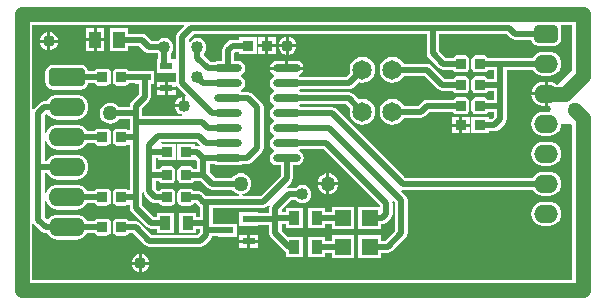
<source format=gtl>
G04 Layer_Physical_Order=1*
G04 Layer_Color=25308*
%FSLAX25Y25*%
%MOIN*%
G70*
G01*
G75*
%ADD10R,0.04000X0.05700*%
G04:AMPARAMS|DCode=11|XSize=35.43mil|YSize=35.43mil|CornerRadius=4.43mil|HoleSize=0mil|Usage=FLASHONLY|Rotation=0.000|XOffset=0mil|YOffset=0mil|HoleType=Round|Shape=RoundedRectangle|*
%AMROUNDEDRECTD11*
21,1,0.03543,0.02658,0,0,0.0*
21,1,0.02658,0.03543,0,0,0.0*
1,1,0.00886,0.01329,-0.01329*
1,1,0.00886,-0.01329,-0.01329*
1,1,0.00886,-0.01329,0.01329*
1,1,0.00886,0.01329,0.01329*
%
%ADD11ROUNDEDRECTD11*%
%ADD12R,0.03543X0.04724*%
%ADD13R,0.03800X0.03500*%
%ADD14R,0.04331X0.02362*%
%ADD15O,0.12299X0.06299*%
G04:AMPARAMS|DCode=16|XSize=62.99mil|YSize=122.99mil|CornerRadius=15.75mil|HoleSize=0mil|Usage=FLASHONLY|Rotation=270.000|XOffset=0mil|YOffset=0mil|HoleType=Round|Shape=RoundedRectangle|*
%AMROUNDEDRECTD16*
21,1,0.06299,0.09150,0,0,270.0*
21,1,0.03150,0.12299,0,0,270.0*
1,1,0.03150,-0.04575,-0.01575*
1,1,0.03150,-0.04575,0.01575*
1,1,0.03150,0.04575,0.01575*
1,1,0.03150,0.04575,-0.01575*
%
%ADD16ROUNDEDRECTD16*%
%ADD17O,0.09252X0.02756*%
%ADD18R,0.05500X0.05500*%
%ADD19C,0.02000*%
%ADD20C,0.05000*%
%ADD21C,0.01000*%
%ADD22C,0.06500*%
%ADD23O,0.08000X0.06000*%
G04:AMPARAMS|DCode=24|XSize=60mil|YSize=80mil|CornerRadius=15mil|HoleSize=0mil|Usage=FLASHONLY|Rotation=270.000|XOffset=0mil|YOffset=0mil|HoleType=Round|Shape=RoundedRectangle|*
%AMROUNDEDRECTD24*
21,1,0.06000,0.05000,0,0,270.0*
21,1,0.03000,0.08000,0,0,270.0*
1,1,0.03000,-0.02500,-0.01500*
1,1,0.03000,-0.02500,0.01500*
1,1,0.03000,0.02500,0.01500*
1,1,0.03000,0.02500,-0.01500*
%
%ADD24ROUNDEDRECTD24*%
%ADD25C,0.05000*%
%ADD26C,0.06300*%
%ADD27C,0.04000*%
G36*
X287500Y177500D02*
X287000Y177000D01*
X282500Y172500D01*
X282481Y172485D01*
X281817Y172994D01*
X280844Y173397D01*
X279800Y173535D01*
X279300D01*
Y169500D01*
Y165465D01*
X279800D01*
X280156Y165512D01*
X280500Y164500D01*
X280156Y163488D01*
X279800Y163534D01*
X277800D01*
X276756Y163397D01*
X275783Y162994D01*
X274947Y162353D01*
X274306Y161517D01*
X273903Y160544D01*
X273765Y159500D01*
X273903Y158456D01*
X274306Y157483D01*
X274947Y156647D01*
X275783Y156006D01*
X276756Y155603D01*
X277800Y155465D01*
X279800D01*
X280844Y155603D01*
X281817Y156006D01*
X282653Y156647D01*
X283294Y157483D01*
X283697Y158456D01*
X283835Y159500D01*
X287000D01*
X287500Y159000D01*
Y107500D01*
X107500D01*
Y125993D01*
X108000Y126145D01*
X108058Y126058D01*
X110558Y123558D01*
X111220Y123116D01*
X112000Y122961D01*
X112353D01*
X112375Y122907D01*
X113040Y122040D01*
X113907Y121375D01*
X114917Y120957D01*
X116000Y120815D01*
X118997D01*
X119000Y120814D01*
X119003Y120815D01*
X122000D01*
X123083Y120957D01*
X124093Y121375D01*
X124960Y122040D01*
X125625Y122907D01*
X125647Y122961D01*
X128261D01*
X128481Y122631D01*
X128959Y122312D01*
X129522Y122200D01*
X132179D01*
X132742Y122312D01*
X133219Y122631D01*
X133538Y123108D01*
X133650Y123671D01*
Y126329D01*
X133538Y126892D01*
X133219Y127369D01*
X132742Y127688D01*
X132179Y127800D01*
X129522D01*
X128959Y127688D01*
X128481Y127369D01*
X128261Y127039D01*
X125647D01*
X125625Y127093D01*
X124960Y127960D01*
X124093Y128625D01*
X123083Y129043D01*
X122000Y129185D01*
X119003D01*
X119000Y129186D01*
X118997Y129185D01*
X116000D01*
X114917Y129043D01*
X113907Y128625D01*
X113040Y127960D01*
X112787Y127629D01*
X112288Y127596D01*
X111539Y128345D01*
Y133619D01*
X112039Y133719D01*
X112375Y132907D01*
X113040Y132041D01*
X113907Y131375D01*
X114917Y130957D01*
X116000Y130815D01*
X118997D01*
X119000Y130814D01*
X119003Y130815D01*
X122000D01*
X123083Y130957D01*
X124093Y131375D01*
X124960Y132041D01*
X125625Y132907D01*
X125647Y132961D01*
X128261D01*
X128481Y132631D01*
X128959Y132312D01*
X129522Y132200D01*
X132179D01*
X132742Y132312D01*
X133219Y132631D01*
X133538Y133108D01*
X133650Y133671D01*
Y136329D01*
X133538Y136892D01*
X133219Y137369D01*
X132742Y137688D01*
X132179Y137800D01*
X129522D01*
X128959Y137688D01*
X128481Y137369D01*
X128261Y137039D01*
X125647D01*
X125625Y137093D01*
X124960Y137960D01*
X124093Y138625D01*
X123083Y139043D01*
X122000Y139185D01*
X119003D01*
X119000Y139186D01*
X118997Y139185D01*
X116000D01*
X114917Y139043D01*
X113907Y138625D01*
X113040Y137960D01*
X112375Y137093D01*
X112039Y136281D01*
X111539Y136381D01*
Y142961D01*
X112353D01*
X112375Y142907D01*
X113040Y142041D01*
X113907Y141375D01*
X114917Y140957D01*
X116000Y140815D01*
X118997D01*
X119000Y140814D01*
X119003Y140815D01*
X122000D01*
X123083Y140957D01*
X124093Y141375D01*
X124960Y142041D01*
X125625Y142907D01*
X126043Y143917D01*
X126185Y145000D01*
X126043Y146083D01*
X125625Y147093D01*
X124960Y147959D01*
X124093Y148625D01*
X123083Y149043D01*
X122000Y149185D01*
X119003D01*
X119000Y149186D01*
X118997Y149185D01*
X116000D01*
X114917Y149043D01*
X113907Y148625D01*
X113040Y147959D01*
X112375Y147093D01*
X112353Y147039D01*
X111539D01*
Y153619D01*
X112039Y153719D01*
X112375Y152907D01*
X113040Y152041D01*
X113907Y151375D01*
X114917Y150957D01*
X116000Y150815D01*
X118997D01*
X119000Y150814D01*
X119003Y150815D01*
X122000D01*
X123083Y150957D01*
X124093Y151375D01*
X124960Y152041D01*
X125625Y152907D01*
X125647Y152961D01*
X128261D01*
X128481Y152631D01*
X128959Y152312D01*
X129522Y152200D01*
X132179D01*
X132742Y152312D01*
X133219Y152631D01*
X133538Y153108D01*
X133650Y153671D01*
Y156329D01*
X133538Y156892D01*
X133219Y157369D01*
X132742Y157688D01*
X132179Y157800D01*
X129522D01*
X128959Y157688D01*
X128481Y157369D01*
X128261Y157039D01*
X125647D01*
X125625Y157093D01*
X124960Y157959D01*
X124093Y158625D01*
X123083Y159043D01*
X122000Y159185D01*
X119003D01*
X119000Y159186D01*
X118997Y159185D01*
X116000D01*
X114917Y159043D01*
X113907Y158625D01*
X113040Y157959D01*
X112375Y157093D01*
X112039Y156281D01*
X111539Y156381D01*
Y162155D01*
X111982Y162598D01*
X112646Y162555D01*
X113040Y162040D01*
X113907Y161375D01*
X114917Y160957D01*
X116000Y160815D01*
X118997D01*
X119000Y160814D01*
X119003Y160815D01*
X122000D01*
X123083Y160957D01*
X124093Y161375D01*
X124960Y162040D01*
X125625Y162907D01*
X126043Y163917D01*
X126185Y165000D01*
X126043Y166083D01*
X125625Y167093D01*
X124960Y167959D01*
X124093Y168625D01*
X123083Y169043D01*
X122000Y169185D01*
X119003D01*
X119000Y169186D01*
X118997Y169185D01*
X116000D01*
X114917Y169043D01*
X113907Y168625D01*
X113040Y167959D01*
X112375Y167093D01*
X112353Y167039D01*
X111500D01*
X110720Y166884D01*
X110058Y166442D01*
X108058Y164442D01*
X108000Y164355D01*
X107500Y164507D01*
Y192500D01*
X157963D01*
X158154Y192038D01*
X156058Y189942D01*
X155616Y189280D01*
X155461Y188500D01*
Y181317D01*
X155209Y180921D01*
X154961Y180921D01*
X153539D01*
Y182783D01*
X153640Y182860D01*
X154121Y183487D01*
X154423Y184217D01*
X154526Y185000D01*
X154423Y185783D01*
X154121Y186513D01*
X153640Y187140D01*
X153013Y187620D01*
X152283Y187923D01*
X151500Y188026D01*
X150717Y187923D01*
X149987Y187620D01*
X149360Y187140D01*
X149283Y187039D01*
X147345D01*
X145442Y188942D01*
X144780Y189384D01*
X144000Y189539D01*
X139437D01*
Y191350D01*
X133437D01*
Y183650D01*
X139437D01*
Y185461D01*
X143155D01*
X145058Y183558D01*
X145720Y183116D01*
X146500Y182961D01*
X149283D01*
X149360Y182860D01*
X149461Y182783D01*
Y180921D01*
X148878D01*
Y176559D01*
X154961D01*
X155209Y176559D01*
X155461Y176163D01*
X155461Y176163D01*
Y173837D01*
X155209Y173441D01*
X154961Y173441D01*
X152543D01*
Y171760D01*
X155209D01*
Y171929D01*
X155709Y172081D01*
X156058Y171558D01*
X158675Y168941D01*
X158500Y168587D01*
Y165500D01*
X158000D01*
Y165000D01*
X155040D01*
X155077Y164717D01*
X155379Y163987D01*
X155860Y163360D01*
X156487Y162880D01*
X157217Y162577D01*
X157506Y162539D01*
X157473Y162039D01*
X144039D01*
Y164655D01*
X146398Y167015D01*
X146841Y167676D01*
X146996Y168456D01*
Y172819D01*
X148122D01*
Y177181D01*
X141791D01*
Y177039D01*
X139739D01*
X139519Y177369D01*
X139041Y177688D01*
X138478Y177800D01*
X135821D01*
X135258Y177688D01*
X134781Y177369D01*
X134462Y176892D01*
X134350Y176329D01*
Y173671D01*
X134462Y173108D01*
X134781Y172631D01*
X135258Y172312D01*
X135821Y172200D01*
X138478D01*
X139041Y172312D01*
X139519Y172631D01*
X139739Y172961D01*
X141791D01*
Y172819D01*
X142917D01*
Y169301D01*
X140558Y166942D01*
X140116Y166280D01*
X139961Y165500D01*
Y165039D01*
X136347D01*
X135996Y165496D01*
X135265Y166057D01*
X134414Y166410D01*
X133500Y166530D01*
X132586Y166410D01*
X131735Y166057D01*
X131004Y165496D01*
X130443Y164765D01*
X130090Y163914D01*
X129970Y163000D01*
X130090Y162086D01*
X130443Y161235D01*
X131004Y160504D01*
X131735Y159943D01*
X132586Y159590D01*
X133500Y159470D01*
X134414Y159590D01*
X135265Y159943D01*
X135996Y160504D01*
X136347Y160961D01*
X139961D01*
Y160000D01*
Y157607D01*
X139713Y157474D01*
X139461Y157408D01*
X139041Y157688D01*
X138478Y157800D01*
X135821D01*
X135258Y157688D01*
X134781Y157369D01*
X134462Y156892D01*
X134350Y156329D01*
Y153672D01*
X134462Y153109D01*
X134781Y152631D01*
X135258Y152312D01*
X135821Y152200D01*
X138478D01*
X139041Y152312D01*
X139461Y152593D01*
X139713Y152526D01*
X139961Y152393D01*
Y137607D01*
X139713Y137474D01*
X139461Y137408D01*
X139041Y137688D01*
X138478Y137800D01*
X135821D01*
X135258Y137688D01*
X134781Y137369D01*
X134462Y136892D01*
X134350Y136329D01*
Y133671D01*
X134462Y133108D01*
X134781Y132631D01*
X135258Y132312D01*
X135821Y132200D01*
X138478D01*
X139041Y132312D01*
X139461Y132593D01*
X139713Y132526D01*
X139961Y132393D01*
Y131500D01*
X140116Y130720D01*
X140558Y130058D01*
X145558Y125058D01*
X146220Y124616D01*
X147000Y124461D01*
X148988D01*
Y123138D01*
X154532D01*
Y129862D01*
X148988D01*
Y128539D01*
X147845D01*
X144039Y132345D01*
Y136557D01*
X144539Y136606D01*
X144616Y136220D01*
X145058Y135558D01*
X147058Y133558D01*
X147720Y133116D01*
X148500Y132961D01*
X149761D01*
X149981Y132631D01*
X150459Y132312D01*
X151022Y132200D01*
X153679D01*
X154242Y132312D01*
X154719Y132631D01*
X155038Y133108D01*
X155150Y133671D01*
Y136329D01*
X155038Y136892D01*
X154719Y137369D01*
X154242Y137688D01*
X153679Y137800D01*
X151022D01*
X150459Y137688D01*
X149981Y137369D01*
X149813Y137117D01*
X149299Y137085D01*
X148539Y137845D01*
Y140461D01*
X149761D01*
X149981Y140131D01*
X150459Y139812D01*
X151022Y139700D01*
X153679D01*
X154242Y139812D01*
X154719Y140131D01*
X155038Y140608D01*
X155150Y141171D01*
Y143829D01*
X155038Y144392D01*
X154719Y144869D01*
X154242Y145188D01*
X153679Y145300D01*
X151022D01*
X150459Y145188D01*
X149981Y144869D01*
X149761Y144539D01*
X148539D01*
Y147961D01*
X149450D01*
Y147250D01*
X155250D01*
Y152750D01*
X150583D01*
X150337Y153250D01*
X150500Y153461D01*
X162155D01*
X163208Y152408D01*
X162962Y151947D01*
X162500Y152039D01*
X161550D01*
Y152750D01*
X155750D01*
Y147250D01*
X161550D01*
Y147359D01*
X162050Y147566D01*
X162461Y147155D01*
Y144539D01*
X161239D01*
X161019Y144869D01*
X160541Y145188D01*
X159978Y145300D01*
X157321D01*
X156758Y145188D01*
X156281Y144869D01*
X155962Y144392D01*
X155850Y143829D01*
Y141172D01*
X155962Y140609D01*
X156281Y140131D01*
X156758Y139812D01*
X157321Y139700D01*
X159978D01*
X160541Y139812D01*
X161019Y140131D01*
X161239Y140461D01*
X163655D01*
X166058Y138058D01*
X166720Y137616D01*
X167500Y137461D01*
X174153D01*
X174504Y137004D01*
X175235Y136443D01*
X176086Y136090D01*
X176473Y136039D01*
X176440Y135539D01*
X165345D01*
X164442Y136442D01*
X163780Y136884D01*
X163000Y137039D01*
X161239D01*
X161019Y137369D01*
X160541Y137688D01*
X159978Y137800D01*
X157321D01*
X156758Y137688D01*
X156281Y137369D01*
X155962Y136892D01*
X155850Y136329D01*
Y133671D01*
X155962Y133108D01*
X156281Y132631D01*
X156758Y132312D01*
X157321Y132200D01*
X159978D01*
X160541Y132312D01*
X161019Y132631D01*
X161239Y132961D01*
X162155D01*
X163058Y132058D01*
X163461Y131789D01*
Y128539D01*
X162012D01*
Y129862D01*
X156468D01*
Y123138D01*
X162012D01*
Y124461D01*
X163461D01*
Y124000D01*
Y123345D01*
X162655Y122539D01*
X147345D01*
X143442Y126442D01*
X142780Y126884D01*
X142000Y127039D01*
X139739D01*
X139519Y127369D01*
X139041Y127688D01*
X138478Y127800D01*
X135821D01*
X135258Y127688D01*
X134781Y127369D01*
X134462Y126892D01*
X134350Y126329D01*
Y123671D01*
X134462Y123108D01*
X134781Y122631D01*
X135258Y122312D01*
X135821Y122200D01*
X138478D01*
X139041Y122312D01*
X139519Y122631D01*
X139739Y122961D01*
X141155D01*
X145058Y119058D01*
X145720Y118616D01*
X146500Y118461D01*
X163500D01*
X164280Y118616D01*
X164942Y119058D01*
X166942Y121058D01*
X167384Y121720D01*
X167432Y121961D01*
X169291D01*
Y121819D01*
X175622D01*
Y126181D01*
X169291D01*
Y126039D01*
X167539D01*
Y126500D01*
Y131461D01*
X184500D01*
X185280Y131616D01*
X185942Y132058D01*
X186092Y132208D01*
X186553Y131962D01*
X186461Y131500D01*
Y129779D01*
X182709D01*
Y129921D01*
X176378D01*
Y125559D01*
X182709D01*
Y125701D01*
X186461D01*
Y123000D01*
X186616Y122220D01*
X187058Y121558D01*
X191558Y117058D01*
X191988Y116771D01*
Y115138D01*
X197531D01*
Y121862D01*
X192522D01*
X190539Y123845D01*
Y125961D01*
X191988D01*
Y124638D01*
X197531D01*
Y131362D01*
X191988D01*
Y130039D01*
X190539D01*
Y130655D01*
X193845Y133961D01*
X195283D01*
X195360Y133860D01*
X195987Y133379D01*
X196717Y133077D01*
X197500Y132974D01*
X198283Y133077D01*
X199013Y133379D01*
X199640Y133860D01*
X200120Y134487D01*
X200423Y135217D01*
X200526Y136000D01*
X200423Y136783D01*
X200120Y137513D01*
X199640Y138140D01*
X199013Y138620D01*
X198283Y138923D01*
X197500Y139026D01*
X196717Y138923D01*
X195987Y138620D01*
X195360Y138140D01*
X195283Y138039D01*
X193000D01*
X192538Y137947D01*
X192292Y138408D01*
X193686Y139802D01*
X194128Y140464D01*
X194283Y141244D01*
Y145575D01*
X195492D01*
X196420Y145760D01*
X197206Y146286D01*
X197732Y147072D01*
X197917Y148000D01*
X197732Y148928D01*
X197206Y149714D01*
X196542Y150158D01*
X196511Y150620D01*
X196534Y150719D01*
X196809Y150961D01*
X204655D01*
X223366Y132250D01*
X223232Y131750D01*
X216179D01*
Y124250D01*
X223679D01*
Y125961D01*
X224000D01*
X224780Y126116D01*
X225442Y126558D01*
X226942Y128058D01*
X227384Y128720D01*
X227539Y129500D01*
Y133000D01*
X227447Y133462D01*
X227908Y133708D01*
X228461Y133155D01*
Y123845D01*
X225155Y120539D01*
X223679D01*
Y122250D01*
X216179D01*
Y114750D01*
X223679D01*
Y116461D01*
X226000D01*
X226780Y116616D01*
X227442Y117058D01*
X231942Y121558D01*
X232384Y122220D01*
X232539Y123000D01*
Y134000D01*
X232539Y134000D01*
X232384Y134780D01*
X231942Y135442D01*
X231942Y135442D01*
X230292Y137092D01*
X230538Y137553D01*
X231000Y137461D01*
X274323D01*
X274947Y136647D01*
X275783Y136006D01*
X276756Y135603D01*
X277800Y135466D01*
X279800D01*
X280844Y135603D01*
X281817Y136006D01*
X282653Y136647D01*
X283294Y137483D01*
X283697Y138456D01*
X283835Y139500D01*
X283697Y140544D01*
X283294Y141517D01*
X282653Y142353D01*
X281817Y142994D01*
X280844Y143397D01*
X279800Y143535D01*
X277800D01*
X276756Y143397D01*
X275783Y142994D01*
X274947Y142353D01*
X274323Y141539D01*
X231845D01*
X208942Y164442D01*
X208280Y164884D01*
X207500Y165039D01*
X196721D01*
X196542Y165158D01*
X196511Y165620D01*
X196534Y165719D01*
X196809Y165961D01*
X212155D01*
X213403Y164714D01*
X213359Y164610D01*
X213213Y163500D01*
X213359Y162390D01*
X213788Y161357D01*
X214469Y160469D01*
X215357Y159788D01*
X216390Y159359D01*
X217500Y159213D01*
X218609Y159359D01*
X219643Y159788D01*
X220531Y160469D01*
X221212Y161357D01*
X221641Y162390D01*
X221787Y163500D01*
X221641Y164610D01*
X221212Y165643D01*
X220531Y166531D01*
X219643Y167212D01*
X218609Y167641D01*
X217500Y167787D01*
X216390Y167641D01*
X216286Y167597D01*
X214442Y169442D01*
X213780Y169884D01*
X213000Y170039D01*
X196721D01*
X196542Y170158D01*
X196511Y170620D01*
X196534Y170719D01*
X196809Y170961D01*
X213000D01*
X213780Y171116D01*
X214442Y171558D01*
X216286Y173403D01*
X216390Y173359D01*
X217500Y173213D01*
X218609Y173359D01*
X219643Y173788D01*
X220531Y174469D01*
X221212Y175357D01*
X221641Y176391D01*
X221787Y177500D01*
X221641Y178610D01*
X221212Y179643D01*
X220531Y180531D01*
X219643Y181212D01*
X218609Y181641D01*
X217500Y181787D01*
X216390Y181641D01*
X215357Y181212D01*
X214469Y180531D01*
X213788Y179643D01*
X213359Y178610D01*
X213213Y177500D01*
X213359Y176391D01*
X213403Y176286D01*
X212155Y175039D01*
X196721D01*
X196420Y175240D01*
X196394Y175245D01*
Y175755D01*
X196420Y175760D01*
X197206Y176286D01*
X197732Y177072D01*
X197817Y177500D01*
X186671D01*
X186756Y177072D01*
X187282Y176286D01*
X188068Y175760D01*
X188094Y175755D01*
Y175245D01*
X188068Y175240D01*
X187282Y174714D01*
X186756Y173928D01*
X186572Y173000D01*
X186756Y172072D01*
X187282Y171286D01*
X188068Y170760D01*
X188094Y170755D01*
Y170245D01*
X188068Y170240D01*
X187282Y169714D01*
X186756Y168928D01*
X186572Y168000D01*
X186756Y167072D01*
X187282Y166286D01*
X188068Y165760D01*
X188094Y165755D01*
Y165245D01*
X188068Y165240D01*
X187282Y164714D01*
X186756Y163928D01*
X186572Y163000D01*
X186756Y162072D01*
X187282Y161286D01*
X188068Y160760D01*
X188094Y160755D01*
Y160245D01*
X188068Y160240D01*
X187282Y159714D01*
X186756Y158928D01*
X186572Y158000D01*
X186756Y157072D01*
X187282Y156286D01*
X188068Y155760D01*
X188094Y155755D01*
Y155245D01*
X188068Y155240D01*
X187282Y154714D01*
X186756Y153928D01*
X186572Y153000D01*
X186756Y152072D01*
X187282Y151286D01*
X188068Y150760D01*
X188094Y150755D01*
Y150245D01*
X188068Y150240D01*
X187282Y149714D01*
X186756Y148928D01*
X186572Y148000D01*
X186756Y147072D01*
X187282Y146286D01*
X188068Y145760D01*
X188996Y145575D01*
X190205D01*
Y142089D01*
X183655Y135539D01*
X177560D01*
X177527Y136039D01*
X177914Y136090D01*
X178765Y136443D01*
X179496Y137004D01*
X180057Y137735D01*
X180410Y138586D01*
X180530Y139500D01*
X180410Y140414D01*
X180057Y141265D01*
X179496Y141996D01*
X178765Y142557D01*
X177914Y142910D01*
X177000Y143030D01*
X176086Y142910D01*
X175235Y142557D01*
X174504Y141996D01*
X174153Y141539D01*
X168345D01*
X166539Y143345D01*
Y145961D01*
X168280D01*
X168580Y145760D01*
X169508Y145575D01*
X176004D01*
X176932Y145760D01*
X177232Y145961D01*
X179000D01*
X179780Y146116D01*
X180442Y146558D01*
X183942Y150058D01*
X184384Y150720D01*
X184539Y151500D01*
Y165000D01*
X184384Y165780D01*
X183942Y166442D01*
X180942Y169442D01*
X180280Y169884D01*
X179500Y170039D01*
X177232D01*
X176932Y170240D01*
X176906Y170245D01*
Y170755D01*
X176932Y170760D01*
X177718Y171286D01*
X178244Y172072D01*
X178428Y173000D01*
X178244Y173928D01*
X177718Y174714D01*
X176932Y175240D01*
X176906Y175245D01*
Y175755D01*
X176932Y175760D01*
X177718Y176286D01*
X178244Y177072D01*
X178428Y178000D01*
X178244Y178928D01*
X177718Y179714D01*
X176932Y180240D01*
X176004Y180424D01*
X174795D01*
Y183155D01*
X175101Y183461D01*
X176450D01*
Y182750D01*
X182250D01*
Y188250D01*
X176450D01*
Y187539D01*
X174256D01*
X173476Y187384D01*
X172814Y186942D01*
X171314Y185442D01*
X170872Y184780D01*
X170717Y184000D01*
Y180424D01*
X169508D01*
X168580Y180240D01*
X168280Y180039D01*
X166845D01*
X164570Y182313D01*
X164591Y182823D01*
X164640Y182860D01*
X165120Y183487D01*
X165423Y184217D01*
X165526Y185000D01*
X165423Y185783D01*
X165120Y186513D01*
X164640Y187140D01*
X164013Y187620D01*
X163283Y187923D01*
X162500Y188026D01*
X161717Y187923D01*
X160987Y187620D01*
X160360Y187140D01*
X160039Y186721D01*
X159539Y186891D01*
Y187655D01*
X161345Y189461D01*
X238961D01*
Y183000D01*
X239116Y182220D01*
X239558Y181558D01*
X243058Y178058D01*
X243720Y177616D01*
X244500Y177461D01*
X247761D01*
X247981Y177131D01*
X248459Y176812D01*
X249022Y176700D01*
X251679D01*
X252242Y176812D01*
X252719Y177131D01*
X253038Y177608D01*
X253150Y178171D01*
Y180829D01*
X253038Y181392D01*
X252719Y181869D01*
X252242Y182188D01*
X251679Y182300D01*
X249022D01*
X248459Y182188D01*
X247981Y181869D01*
X247761Y181539D01*
X245345D01*
X243039Y183845D01*
Y189461D01*
X265655D01*
X267058Y188058D01*
X267720Y187616D01*
X268500Y187461D01*
X273858D01*
X273945Y187024D01*
X274498Y186198D01*
X275325Y185645D01*
X276300Y185451D01*
X281300D01*
X282276Y185645D01*
X283102Y186198D01*
X283655Y187024D01*
X283849Y188000D01*
Y191000D01*
X283655Y191975D01*
X283599Y192059D01*
X283835Y192500D01*
X287500D01*
Y177500D01*
D02*
G37*
%LPC*%
G36*
X249850Y158500D02*
X247450D01*
Y156250D01*
X249850D01*
Y158500D01*
D02*
G37*
G36*
X253250D02*
X250850D01*
Y156250D01*
X253250D01*
Y158500D01*
D02*
G37*
G36*
X205500Y142964D02*
X205086Y142910D01*
X204235Y142557D01*
X203504Y141996D01*
X202943Y141265D01*
X202590Y140414D01*
X202536Y140000D01*
X205500D01*
Y142964D01*
D02*
G37*
G36*
X206500D02*
Y140000D01*
X209464D01*
X209410Y140414D01*
X209057Y141265D01*
X208496Y141996D01*
X207765Y142557D01*
X206914Y142910D01*
X206500Y142964D01*
D02*
G37*
G36*
X279800Y153534D02*
X277800D01*
X276756Y153397D01*
X275783Y152994D01*
X274947Y152353D01*
X274306Y151517D01*
X273903Y150544D01*
X273765Y149500D01*
X273903Y148456D01*
X274306Y147483D01*
X274947Y146647D01*
X275783Y146006D01*
X276756Y145603D01*
X277800Y145466D01*
X279800D01*
X280844Y145603D01*
X281817Y146006D01*
X282653Y146647D01*
X283294Y147483D01*
X283697Y148456D01*
X283835Y149500D01*
X283697Y150544D01*
X283294Y151517D01*
X282653Y152353D01*
X281817Y152994D01*
X280844Y153397D01*
X279800Y153534D01*
D02*
G37*
G36*
X251679Y168300D02*
X249022D01*
X248459Y168188D01*
X247981Y167869D01*
X247761Y167539D01*
X239000D01*
X238220Y167384D01*
X237558Y166942D01*
X236155Y165539D01*
X231256D01*
X231212Y165643D01*
X230531Y166531D01*
X229643Y167212D01*
X228609Y167641D01*
X227500Y167787D01*
X226391Y167641D01*
X225357Y167212D01*
X224469Y166531D01*
X223788Y165643D01*
X223359Y164610D01*
X223213Y163500D01*
X223359Y162390D01*
X223788Y161357D01*
X224469Y160469D01*
X225357Y159788D01*
X226391Y159359D01*
X227500Y159213D01*
X228609Y159359D01*
X229643Y159788D01*
X230531Y160469D01*
X231212Y161357D01*
X231256Y161461D01*
X237000D01*
X237780Y161616D01*
X238442Y162058D01*
X239845Y163461D01*
X247761D01*
X247981Y163131D01*
X248459Y162812D01*
X249022Y162700D01*
X251679D01*
X252242Y162812D01*
X252719Y163131D01*
X253038Y163608D01*
X253150Y164171D01*
Y166829D01*
X253038Y167392D01*
X252719Y167869D01*
X252242Y168188D01*
X251679Y168300D01*
D02*
G37*
G36*
X157500Y168460D02*
X157217Y168423D01*
X156487Y168121D01*
X155860Y167640D01*
X155379Y167013D01*
X155077Y166283D01*
X155040Y166000D01*
X157500D01*
Y168460D01*
D02*
G37*
G36*
X151543Y170760D02*
X148878D01*
Y169079D01*
X151543D01*
Y170760D01*
D02*
G37*
G36*
X249850Y161750D02*
X247450D01*
Y159500D01*
X249850D01*
Y161750D01*
D02*
G37*
G36*
X253250D02*
X250850D01*
Y159500D01*
X253250D01*
Y161750D01*
D02*
G37*
G36*
X278300Y169000D02*
X273831D01*
X273903Y168456D01*
X274306Y167483D01*
X274947Y166647D01*
X275783Y166006D01*
X276756Y165603D01*
X277800Y165465D01*
X278300D01*
Y169000D01*
D02*
G37*
G36*
X209464Y139000D02*
X206500D01*
Y136036D01*
X206914Y136090D01*
X207765Y136443D01*
X208496Y137004D01*
X209057Y137735D01*
X209410Y138586D01*
X209464Y139000D01*
D02*
G37*
G36*
X144000Y115960D02*
Y113500D01*
X146460D01*
X146423Y113783D01*
X146121Y114513D01*
X145640Y115140D01*
X145013Y115621D01*
X144283Y115923D01*
X144000Y115960D01*
D02*
G37*
G36*
X179043Y119760D02*
X176378D01*
Y118079D01*
X179043D01*
Y119760D01*
D02*
G37*
G36*
X182709D02*
X180043D01*
Y118079D01*
X182709D01*
Y119760D01*
D02*
G37*
G36*
X143000Y112500D02*
X140540D01*
X140577Y112217D01*
X140879Y111487D01*
X141360Y110860D01*
X141987Y110380D01*
X142717Y110077D01*
X143000Y110040D01*
Y112500D01*
D02*
G37*
G36*
X146460D02*
X144000D01*
Y110040D01*
X144283Y110077D01*
X145013Y110380D01*
X145640Y110860D01*
X146121Y111487D01*
X146423Y112217D01*
X146460Y112500D01*
D02*
G37*
G36*
X143000Y115960D02*
X142717Y115923D01*
X141987Y115621D01*
X141360Y115140D01*
X140879Y114513D01*
X140577Y113783D01*
X140540Y113500D01*
X143000D01*
Y115960D01*
D02*
G37*
G36*
X279800Y133535D02*
X277800D01*
X276756Y133397D01*
X275783Y132994D01*
X274947Y132353D01*
X274306Y131517D01*
X273903Y130544D01*
X273765Y129500D01*
X273903Y128456D01*
X274306Y127483D01*
X274947Y126647D01*
X275783Y126006D01*
X276756Y125603D01*
X277800Y125466D01*
X279800D01*
X280844Y125603D01*
X281817Y126006D01*
X282653Y126647D01*
X283294Y127483D01*
X283697Y128456D01*
X283835Y129500D01*
X283697Y130544D01*
X283294Y131517D01*
X282653Y132353D01*
X281817Y132994D01*
X280844Y133397D01*
X279800Y133535D01*
D02*
G37*
G36*
X214821Y131750D02*
X207321D01*
Y130039D01*
X205012D01*
Y131362D01*
X199469D01*
Y124638D01*
X205012D01*
Y125961D01*
X207321D01*
Y124250D01*
X214821D01*
Y131750D01*
D02*
G37*
G36*
X205500Y139000D02*
X202536D01*
X202590Y138586D01*
X202943Y137735D01*
X203504Y137004D01*
X204235Y136443D01*
X205086Y136090D01*
X205500Y136036D01*
Y139000D01*
D02*
G37*
G36*
X214821Y122250D02*
X207321D01*
Y120539D01*
X205012D01*
Y121862D01*
X199469D01*
Y115138D01*
X205012D01*
Y116461D01*
X207321D01*
Y114750D01*
X214821D01*
Y122250D01*
D02*
G37*
G36*
X179043Y122441D02*
X176378D01*
Y120760D01*
X179043D01*
Y122441D01*
D02*
G37*
G36*
X182709D02*
X180043D01*
Y120760D01*
X182709D01*
Y122441D01*
D02*
G37*
G36*
X115960Y186500D02*
X113500D01*
Y184040D01*
X113783Y184077D01*
X114513Y184379D01*
X115140Y184860D01*
X115621Y185487D01*
X115923Y186217D01*
X115960Y186500D01*
D02*
G37*
G36*
X185150Y188250D02*
X182750D01*
Y186000D01*
X185150D01*
Y188250D01*
D02*
G37*
G36*
X188550D02*
X186150D01*
Y186000D01*
X188550D01*
Y188250D01*
D02*
G37*
G36*
X128000Y187000D02*
X125500D01*
Y183650D01*
X128000D01*
Y187000D01*
D02*
G37*
G36*
X131500D02*
X129000D01*
Y183650D01*
X131500D01*
Y187000D01*
D02*
G37*
G36*
X112500Y186500D02*
X110040D01*
X110077Y186217D01*
X110380Y185487D01*
X110860Y184860D01*
X111487Y184379D01*
X112217Y184077D01*
X112500Y184040D01*
Y186500D01*
D02*
G37*
G36*
X113500Y189960D02*
Y187500D01*
X115960D01*
X115923Y187783D01*
X115621Y188513D01*
X115140Y189140D01*
X114513Y189620D01*
X113783Y189923D01*
X113500Y189960D01*
D02*
G37*
G36*
X128000Y191350D02*
X125500D01*
Y188000D01*
X128000D01*
Y191350D01*
D02*
G37*
G36*
X131500D02*
X129000D01*
Y188000D01*
X131500D01*
Y191350D01*
D02*
G37*
G36*
X192000Y188460D02*
X191717Y188423D01*
X190987Y188120D01*
X190360Y187640D01*
X189880Y187013D01*
X189577Y186283D01*
X189540Y186000D01*
X192000D01*
Y188460D01*
D02*
G37*
G36*
X193000D02*
Y186000D01*
X195460D01*
X195423Y186283D01*
X195121Y187013D01*
X194640Y187640D01*
X194013Y188120D01*
X193283Y188423D01*
X193000Y188460D01*
D02*
G37*
G36*
X112500Y189960D02*
X112217Y189923D01*
X111487Y189620D01*
X110860Y189140D01*
X110380Y188513D01*
X110077Y187783D01*
X110040Y187500D01*
X112500D01*
Y189960D01*
D02*
G37*
G36*
X151543Y173441D02*
X148878D01*
Y171760D01*
X151543D01*
Y173441D01*
D02*
G37*
G36*
X119000Y179186D02*
X118894Y179172D01*
X114425D01*
X113753Y179083D01*
X113127Y178824D01*
X112589Y178411D01*
X112176Y177873D01*
X111917Y177247D01*
X111828Y176575D01*
Y173425D01*
X111917Y172753D01*
X112176Y172127D01*
X112589Y171589D01*
X113127Y171176D01*
X113753Y170917D01*
X114425Y170828D01*
X118894D01*
X119000Y170814D01*
X119106Y170828D01*
X123575D01*
X124247Y170917D01*
X124873Y171176D01*
X125411Y171589D01*
X125824Y172127D01*
X126083Y172753D01*
X126111Y172961D01*
X128261D01*
X128481Y172631D01*
X128959Y172312D01*
X129522Y172200D01*
X132179D01*
X132742Y172312D01*
X133219Y172631D01*
X133538Y173108D01*
X133650Y173671D01*
Y176329D01*
X133538Y176892D01*
X133219Y177369D01*
X132742Y177688D01*
X132179Y177800D01*
X129522D01*
X128959Y177688D01*
X128481Y177369D01*
X128261Y177039D01*
X126111D01*
X126083Y177247D01*
X125824Y177873D01*
X125411Y178411D01*
X124873Y178824D01*
X124247Y179083D01*
X123575Y179172D01*
X119106D01*
X119000Y179186D01*
D02*
G37*
G36*
X191744Y180424D02*
X188996D01*
X188068Y180240D01*
X187282Y179714D01*
X186756Y178928D01*
X186671Y178500D01*
X191744D01*
Y180424D01*
D02*
G37*
G36*
X155209Y170760D02*
X152543D01*
Y169079D01*
X155209D01*
Y170760D01*
D02*
G37*
G36*
X227500Y181787D02*
X226391Y181641D01*
X225357Y181212D01*
X224469Y180531D01*
X223788Y179643D01*
X223359Y178610D01*
X223213Y177500D01*
X223359Y176391D01*
X223788Y175357D01*
X224469Y174469D01*
X225357Y173788D01*
X226391Y173359D01*
X227500Y173213D01*
X228609Y173359D01*
X229643Y173788D01*
X230531Y174469D01*
X231212Y175357D01*
X231256Y175461D01*
X238155D01*
X242558Y171058D01*
X243220Y170616D01*
X244000Y170461D01*
X247761D01*
X247981Y170131D01*
X248459Y169812D01*
X249022Y169700D01*
X251679D01*
X252242Y169812D01*
X252719Y170131D01*
X253038Y170608D01*
X253150Y171171D01*
Y173829D01*
X253038Y174392D01*
X252719Y174869D01*
X252242Y175188D01*
X251679Y175300D01*
X249022D01*
X248459Y175188D01*
X247981Y174869D01*
X247761Y174539D01*
X244845D01*
X240442Y178942D01*
X239780Y179384D01*
X239000Y179539D01*
X231256D01*
X231212Y179643D01*
X230531Y180531D01*
X229643Y181212D01*
X228609Y181641D01*
X227500Y181787D01*
D02*
G37*
G36*
X278300Y173535D02*
X277800D01*
X276756Y173397D01*
X275783Y172994D01*
X274947Y172353D01*
X274306Y171517D01*
X273903Y170544D01*
X273831Y170000D01*
X278300D01*
Y173535D01*
D02*
G37*
G36*
X195460Y185000D02*
X193000D01*
Y182540D01*
X193283Y182577D01*
X194013Y182879D01*
X194640Y183360D01*
X195121Y183987D01*
X195423Y184717D01*
X195460Y185000D01*
D02*
G37*
G36*
X185150D02*
X182750D01*
Y182750D01*
X185150D01*
Y185000D01*
D02*
G37*
G36*
X188550D02*
X186150D01*
Y182750D01*
X188550D01*
Y185000D01*
D02*
G37*
G36*
X195492Y180424D02*
X192744D01*
Y178500D01*
X197817D01*
X197732Y178928D01*
X197206Y179714D01*
X196420Y180240D01*
X195492Y180424D01*
D02*
G37*
G36*
X279800Y183535D02*
X277800D01*
X276756Y183397D01*
X275783Y182994D01*
X274947Y182353D01*
X274323Y181539D01*
X259239D01*
X259019Y181869D01*
X258541Y182188D01*
X257978Y182300D01*
X255321D01*
X254758Y182188D01*
X254281Y181869D01*
X253962Y181392D01*
X253850Y180829D01*
Y178172D01*
X253962Y177609D01*
X254281Y177131D01*
X254758Y176812D01*
X255321Y176700D01*
X257978D01*
X258541Y176812D01*
X259019Y177131D01*
X259239Y177461D01*
X261461D01*
Y174539D01*
X259239D01*
X259019Y174869D01*
X258541Y175188D01*
X257978Y175300D01*
X255321D01*
X254758Y175188D01*
X254281Y174869D01*
X253962Y174392D01*
X253850Y173829D01*
Y171171D01*
X253962Y170608D01*
X254281Y170131D01*
X254758Y169812D01*
X255321Y169700D01*
X257978D01*
X258541Y169812D01*
X259019Y170131D01*
X259239Y170461D01*
X261461D01*
Y167539D01*
X259239D01*
X259019Y167869D01*
X258541Y168188D01*
X257978Y168300D01*
X255321D01*
X254758Y168188D01*
X254281Y167869D01*
X253962Y167392D01*
X253850Y166829D01*
Y164172D01*
X253962Y163609D01*
X254281Y163131D01*
X254758Y162812D01*
X255321Y162700D01*
X257978D01*
X258541Y162812D01*
X259019Y163131D01*
X259239Y163461D01*
X261461D01*
Y161845D01*
X260655Y161039D01*
X259550D01*
Y161750D01*
X253750D01*
Y156250D01*
X259550D01*
Y156961D01*
X261500D01*
X262280Y157116D01*
X262942Y157558D01*
X264942Y159558D01*
X265384Y160220D01*
X265539Y161000D01*
Y165500D01*
Y172500D01*
Y177461D01*
X274323D01*
X274947Y176647D01*
X275783Y176006D01*
X276756Y175603D01*
X277800Y175466D01*
X279800D01*
X280844Y175603D01*
X281817Y176006D01*
X282653Y176647D01*
X283294Y177483D01*
X283697Y178456D01*
X283835Y179500D01*
X283697Y180544D01*
X283294Y181517D01*
X282653Y182353D01*
X281817Y182994D01*
X280844Y183397D01*
X279800Y183535D01*
D02*
G37*
G36*
X192000Y185000D02*
X189540D01*
X189577Y184717D01*
X189880Y183987D01*
X190360Y183360D01*
X190987Y182879D01*
X191717Y182577D01*
X192000Y182540D01*
Y185000D01*
D02*
G37*
%LPD*%
D10*
X136437Y187500D02*
D03*
X128500D02*
D03*
D11*
X137150Y125000D02*
D03*
X130850Y125000D02*
D03*
X256650Y179500D02*
D03*
X250350Y179500D02*
D03*
Y172500D02*
D03*
X256650Y172500D02*
D03*
X250350Y165500D02*
D03*
X256650Y165500D02*
D03*
X152350Y135000D02*
D03*
X158650Y135000D02*
D03*
X130850Y175000D02*
D03*
X137150Y175000D02*
D03*
X130850Y155000D02*
D03*
X137150Y155000D02*
D03*
X130850Y135000D02*
D03*
X137150Y135000D02*
D03*
X152350Y142500D02*
D03*
X158650Y142500D02*
D03*
D12*
X159240Y126500D02*
D03*
X151760D02*
D03*
X194760Y128000D02*
D03*
X202240D02*
D03*
X194760Y118500D02*
D03*
X202240D02*
D03*
D13*
X250350Y159000D02*
D03*
X256650D02*
D03*
X185650Y185500D02*
D03*
X179350D02*
D03*
X158650Y150000D02*
D03*
X152350D02*
D03*
D14*
X152043Y171260D02*
D03*
Y178740D02*
D03*
X144957Y175000D02*
D03*
X179543Y120260D02*
D03*
Y127740D02*
D03*
X172457Y124000D02*
D03*
D15*
X119000Y125000D02*
D03*
Y135000D02*
D03*
Y145000D02*
D03*
Y155000D02*
D03*
Y165000D02*
D03*
D16*
Y175000D02*
D03*
D17*
X172756Y178000D02*
D03*
Y173000D02*
D03*
Y168000D02*
D03*
Y163000D02*
D03*
Y158000D02*
D03*
Y153000D02*
D03*
Y148000D02*
D03*
X192244Y178000D02*
D03*
Y173000D02*
D03*
Y168000D02*
D03*
Y163000D02*
D03*
Y158000D02*
D03*
Y153000D02*
D03*
Y148000D02*
D03*
D18*
X211071Y118500D02*
D03*
X219929D02*
D03*
X211071Y128000D02*
D03*
X219929D02*
D03*
D19*
X144957Y168456D02*
Y175000D01*
X142000Y165500D02*
X144957Y168456D01*
X146500Y120500D02*
X163500D01*
X142000Y125000D02*
X146500Y120500D01*
X137150Y125000D02*
X142000D01*
X147000Y126500D02*
X151760D01*
X142000Y131500D02*
X147000Y126500D01*
X142000Y131500D02*
Y155000D01*
Y160000D02*
Y165500D01*
Y155000D02*
Y160000D01*
X142000Y155000D02*
X142000Y155000D01*
X137150Y155000D02*
X142000D01*
X133500Y163000D02*
X141500D01*
X112000Y125000D02*
X130850D01*
X109500Y127500D02*
X112000Y125000D01*
X109500Y127500D02*
Y145500D01*
X111500Y165000D02*
X119000D01*
X109500Y163000D02*
X111500Y165000D01*
X109500Y145500D02*
Y163000D01*
X110000Y145000D02*
X119000D01*
X109500Y145500D02*
X110000Y145000D01*
X117000Y175000D02*
X130850D01*
X167500Y139500D02*
X177000D01*
X188500Y128000D02*
Y131500D01*
X193000Y136000D01*
X188500Y123000D02*
Y128000D01*
X194760D01*
X188500Y123000D02*
X193000Y118500D01*
Y136000D02*
X197500D01*
X179543Y127740D02*
X188500D01*
X146500Y185000D02*
X151500D01*
X144000Y187500D02*
X146500Y185000D01*
X136437Y187500D02*
X144000D01*
X165500Y133500D02*
X184500D01*
X164500D02*
X165500D01*
X184500D02*
X192244Y141244D01*
Y148000D01*
X167500Y163000D02*
X172756D01*
X157500Y173000D02*
X167500Y163000D01*
X157500Y173000D02*
Y188500D01*
X193000Y118500D02*
X194760D01*
X165500Y124000D02*
Y126500D01*
Y122500D02*
Y124000D01*
X172457D01*
X219929Y118500D02*
X226000D01*
X230500Y123000D01*
X164500Y142500D02*
Y148000D01*
Y142500D02*
X167500Y139500D01*
X163500Y120500D02*
X165500Y122500D01*
Y126500D02*
Y133500D01*
X159240Y126500D02*
X165500D01*
X225500Y129500D02*
Y133000D01*
X224000Y128000D02*
X225500Y129500D01*
X219929Y128000D02*
X224000D01*
X205500Y153000D02*
X225500Y133000D01*
X206500Y158000D02*
X230500Y134000D01*
Y123000D02*
Y134000D01*
X192244Y153000D02*
X205500D01*
X192244Y158000D02*
X206500D01*
X231000Y139500D02*
X278800D01*
X207500Y163000D02*
X231000Y139500D01*
X192244Y163000D02*
X207500D01*
X137150Y135000D02*
X142000D01*
X163000D02*
X164500Y133500D01*
X158650Y135000D02*
X163000D01*
X256650Y159000D02*
X261500D01*
X263500Y161000D01*
X158650Y142500D02*
X164000D01*
X158650Y150000D02*
X162500D01*
X164500Y148000D01*
X165500Y153000D02*
X172756D01*
X163000Y155500D02*
X165500Y153000D01*
X149500Y155500D02*
X163000D01*
X166000Y158000D02*
X172756D01*
X164000Y160000D02*
X166000Y158000D01*
X142000Y160000D02*
X164000D01*
X162500Y175000D02*
X164500Y173000D01*
X172756D01*
X166000Y178000D02*
X172756D01*
X162500Y181500D02*
X166000Y178000D01*
X162500Y181500D02*
Y185000D01*
X157500Y188500D02*
X160500Y191500D01*
X164500Y148000D02*
X172756D01*
X146500Y149500D02*
Y152500D01*
Y142000D02*
Y149500D01*
X147000Y150000D01*
X152350D01*
X146500Y137000D02*
Y142000D01*
X147000Y142500D01*
X152350D01*
X148500Y135000D02*
X152350D01*
X146500Y137000D02*
X148500Y135000D01*
X146500Y152500D02*
X149500Y155500D01*
X160500Y191500D02*
X241000D01*
X172756Y178000D02*
Y184000D01*
X174256Y185500D01*
X179350D01*
X151500Y179283D02*
X152043Y178740D01*
X151500Y179283D02*
Y185000D01*
X172756Y168000D02*
X179500D01*
X182500Y165000D01*
Y151500D02*
Y165000D01*
X179000Y148000D02*
X182500Y151500D01*
X172756Y148000D02*
X179000D01*
X213000Y168000D02*
X217500Y163500D01*
X213000Y173000D02*
X217500Y177500D01*
X202500Y118500D02*
X211071D01*
X202500Y128000D02*
X211500D01*
X268500Y189500D02*
X278800D01*
X266500Y191500D02*
X268500Y189500D01*
X241000Y191500D02*
X266500D01*
X241000Y183000D02*
Y191500D01*
Y183000D02*
X244500Y179500D01*
X250350D01*
X239000Y165500D02*
X250350D01*
X237000Y163500D02*
X239000Y165500D01*
X227500Y163500D02*
X237000D01*
X244000Y172500D02*
X250350D01*
X239000Y177500D02*
X244000Y172500D01*
X227500Y177500D02*
X239000D01*
X192244Y173000D02*
X213000D01*
X192244Y168000D02*
X213000D01*
X137150Y175000D02*
X144957D01*
X117000Y135000D02*
X130850D01*
X117000Y155000D02*
X130850D01*
X152000Y171216D02*
X152043Y171173D01*
Y171216D02*
Y171260D01*
X263500Y165500D02*
Y172500D01*
Y161000D02*
Y165500D01*
X263500Y165500D02*
X263500Y165500D01*
X256650Y165500D02*
X263500D01*
X263500Y172500D02*
Y179500D01*
X263500Y172500D02*
X263500Y172500D01*
X256650Y172500D02*
X263500D01*
X263500Y179500D02*
X278800D01*
X257150D02*
X263500D01*
X256650Y180000D02*
X257150Y179500D01*
D20*
X104000Y196000D02*
X291000D01*
X104000Y104000D02*
Y196000D01*
Y104000D02*
X291000D01*
Y161500D01*
X288500Y164000D02*
X291000Y161500D01*
Y175500D02*
Y196000D01*
X285000Y169500D02*
X291000Y175500D01*
X278800Y169500D02*
X285000D01*
D21*
X144957Y175000D02*
X144957Y175000D01*
D22*
X227500Y177500D02*
D03*
X217500D02*
D03*
X227500Y163500D02*
D03*
X217500D02*
D03*
D23*
X278800Y149500D02*
D03*
Y139500D02*
D03*
Y129500D02*
D03*
Y179500D02*
D03*
Y159500D02*
D03*
Y169500D02*
D03*
D24*
Y189500D02*
D03*
D25*
X133500Y163000D02*
D03*
X177000Y139500D02*
D03*
X288500Y164000D02*
D03*
X206000Y139500D02*
D03*
D26*
X119000Y175000D02*
D03*
Y165000D02*
D03*
Y155000D02*
D03*
Y145000D02*
D03*
Y135000D02*
D03*
Y125000D02*
D03*
D27*
X197500Y136000D02*
D03*
X143500Y113000D02*
D03*
X162500Y175000D02*
D03*
Y185000D02*
D03*
X151500D02*
D03*
X192500Y185500D02*
D03*
X113000Y187000D02*
D03*
X158000Y165500D02*
D03*
M02*

</source>
